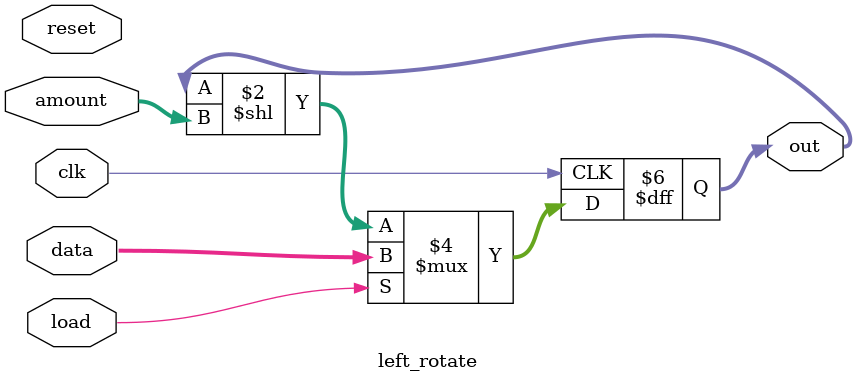
<source format=v>
module left_rotate(clk,reset,amount,data,load,out);
input clk,reset;
input [2:0] amount;
input [7:0] data;
input load;
output reg [7:0] out;
// when load is high, load data to out
// otherwise rotate the out register followed by left shift the out register by amount bits
always @(posedge clk)
  if (load)
    out = data;
  else
    out = out << amount;
endmodule

</source>
